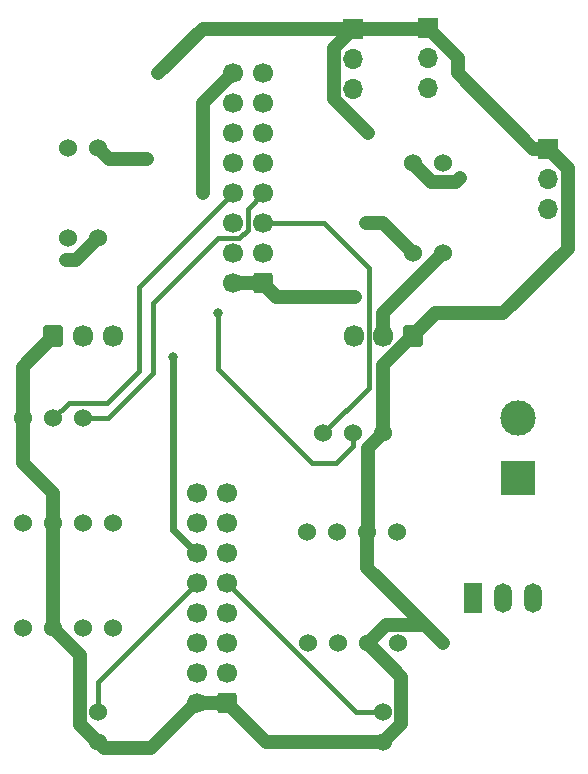
<source format=gbr>
%TF.GenerationSoftware,KiCad,Pcbnew,(6.0.1)*%
%TF.CreationDate,2022-02-03T23:41:23+01:00*%
%TF.ProjectId,CarteSecondaire,43617274-6553-4656-936f-6e6461697265,rev?*%
%TF.SameCoordinates,Original*%
%TF.FileFunction,Copper,L2,Bot*%
%TF.FilePolarity,Positive*%
%FSLAX46Y46*%
G04 Gerber Fmt 4.6, Leading zero omitted, Abs format (unit mm)*
G04 Created by KiCad (PCBNEW (6.0.1)) date 2022-02-03 23:41:23*
%MOMM*%
%LPD*%
G01*
G04 APERTURE LIST*
G04 Aperture macros list*
%AMRoundRect*
0 Rectangle with rounded corners*
0 $1 Rounding radius*
0 $2 $3 $4 $5 $6 $7 $8 $9 X,Y pos of 4 corners*
0 Add a 4 corners polygon primitive as box body*
4,1,4,$2,$3,$4,$5,$6,$7,$8,$9,$2,$3,0*
0 Add four circle primitives for the rounded corners*
1,1,$1+$1,$2,$3*
1,1,$1+$1,$4,$5*
1,1,$1+$1,$6,$7*
1,1,$1+$1,$8,$9*
0 Add four rect primitives between the rounded corners*
20,1,$1+$1,$2,$3,$4,$5,0*
20,1,$1+$1,$4,$5,$6,$7,0*
20,1,$1+$1,$6,$7,$8,$9,0*
20,1,$1+$1,$8,$9,$2,$3,0*%
G04 Aperture macros list end*
%TA.AperFunction,ComponentPad*%
%ADD10RoundRect,0.250000X0.600000X0.600000X-0.600000X0.600000X-0.600000X-0.600000X0.600000X-0.600000X0*%
%TD*%
%TA.AperFunction,ComponentPad*%
%ADD11C,1.700000*%
%TD*%
%TA.AperFunction,ComponentPad*%
%ADD12R,1.500000X2.500000*%
%TD*%
%TA.AperFunction,ComponentPad*%
%ADD13O,1.500000X2.500000*%
%TD*%
%TA.AperFunction,ComponentPad*%
%ADD14R,3.000000X3.000000*%
%TD*%
%TA.AperFunction,ComponentPad*%
%ADD15C,3.000000*%
%TD*%
%TA.AperFunction,ComponentPad*%
%ADD16C,1.524000*%
%TD*%
%TA.AperFunction,ComponentPad*%
%ADD17R,1.700000X1.700000*%
%TD*%
%TA.AperFunction,ComponentPad*%
%ADD18O,1.700000X1.700000*%
%TD*%
%TA.AperFunction,ComponentPad*%
%ADD19RoundRect,0.250000X0.600000X0.675000X-0.600000X0.675000X-0.600000X-0.675000X0.600000X-0.675000X0*%
%TD*%
%TA.AperFunction,ComponentPad*%
%ADD20O,1.700000X1.850000*%
%TD*%
%TA.AperFunction,ComponentPad*%
%ADD21RoundRect,0.250000X-0.600000X-0.675000X0.600000X-0.675000X0.600000X0.675000X-0.600000X0.675000X0*%
%TD*%
%TA.AperFunction,ViaPad*%
%ADD22C,0.800000*%
%TD*%
%TA.AperFunction,Conductor*%
%ADD23C,1.200000*%
%TD*%
%TA.AperFunction,Conductor*%
%ADD24C,0.400000*%
%TD*%
%TA.AperFunction,Conductor*%
%ADD25C,0.600000*%
%TD*%
G04 APERTURE END LIST*
D10*
%TO.P,NAPPE2,1,Pin_1*%
%TO.N,GND*%
X111801511Y-181001511D03*
D11*
%TO.P,NAPPE2,2,Pin_2*%
X109261511Y-181001511D03*
%TO.P,NAPPE2,3,Pin_3*%
%TO.N,+5V*%
X111801511Y-178461511D03*
%TO.P,NAPPE2,4,Pin_4*%
X109261511Y-178461511D03*
%TO.P,NAPPE2,5,Pin_5*%
%TO.N,MC1B*%
X111801511Y-175921511D03*
%TO.P,NAPPE2,6,Pin_6*%
%TO.N,MC1A*%
X109261511Y-175921511D03*
%TO.P,NAPPE2,7,Pin_7*%
%TO.N,MC2B*%
X111801511Y-173381511D03*
%TO.P,NAPPE2,8,Pin_8*%
%TO.N,MC2A*%
X109261511Y-173381511D03*
%TO.P,NAPPE2,9,Pin_9*%
%TO.N,CONTACTEUR2_GPIO*%
X111801511Y-170841511D03*
%TO.P,NAPPE2,10,Pin_10*%
%TO.N,CONTACTEUR1_GPIO*%
X109261511Y-170841511D03*
%TO.P,NAPPE2,11,Pin_11*%
%TO.N,unconnected-(J7-Pad11)*%
X111801511Y-168301511D03*
%TO.P,NAPPE2,12,Pin_12*%
%TO.N,DataAX12_TX*%
X109261511Y-168301511D03*
%TO.P,NAPPE2,13,Pin_13*%
%TO.N,RC_1B*%
X111801511Y-165761511D03*
%TO.P,NAPPE2,14,Pin_14*%
%TO.N,RC_1A*%
X109261511Y-165761511D03*
%TO.P,NAPPE2,15,Pin_15*%
%TO.N,RC_2A*%
X111801511Y-163221511D03*
%TO.P,NAPPE2,16,Pin_16*%
%TO.N,RC_2B*%
X109261511Y-163221511D03*
%TD*%
D12*
%TO.P,TSR_1-2450,1,Vin*%
%TO.N,+12V*%
X132639011Y-172111511D03*
D13*
%TO.P,TSR_1-2450,2,GND*%
%TO.N,GND*%
X135179011Y-172111511D03*
%TO.P,TSR_1-2450,3,Vout*%
%TO.N,+5V*%
X137719011Y-172111511D03*
%TD*%
D14*
%TO.P,SCREW_TERM,1,Pin_1*%
%TO.N,GND*%
X136449011Y-161951511D03*
D15*
%TO.P,SCREW_TERM,2,Pin_2*%
%TO.N,+12V*%
X136449011Y-156871511D03*
%TD*%
D16*
%TO.P,PWM_MOT1,1,Pin_1*%
%TO.N,GND*%
X94539011Y-156871511D03*
%TO.P,PWM_MOT1,2,Pin_2*%
%TO.N,Mot1PWM*%
X97079011Y-156871511D03*
%TO.P,PWM_MOT1,3,Pin_3*%
%TO.N,Mot1DIR*%
X99619011Y-156871511D03*
%TD*%
%TO.P,POMPE1,1,Pin_1*%
%TO.N,+12V*%
X98349011Y-141631511D03*
%TO.P,POMPE1,2,Pin_2*%
%TO.N,Net-(CONN_COL2-Pad2)*%
X100889011Y-141631511D03*
%TD*%
%TO.P,CONTACT2,1,Pin_1*%
%TO.N,CONTACTEUR2_GPIO*%
X125019011Y-181763511D03*
%TO.P,CONTACT2,2,Pin_2*%
%TO.N,GND*%
X125019011Y-184303511D03*
%TD*%
D17*
%TO.P,SERVO1,1,Pin_1*%
%TO.N,GND*%
X128829011Y-123851511D03*
D18*
%TO.P,SERVO1,2,Pin_2*%
%TO.N,+5V*%
X128829011Y-126391511D03*
%TO.P,SERVO1,3,Pin_3*%
%TO.N,S1*%
X128829011Y-128931511D03*
%TD*%
D16*
%TO.P,ENC_FOL2,1,Pin_1*%
%TO.N,+5V*%
X126210000Y-166500000D03*
%TO.P,ENC_FOL2,2,Pin_2*%
%TO.N,GND*%
X123670000Y-166500000D03*
%TO.P,ENC_FOL2,3,Pin_3*%
%TO.N,RC_2A*%
X121130000Y-166500000D03*
%TO.P,ENC_FOL2,4,Pin_4*%
%TO.N,RC_2B*%
X118590000Y-166500000D03*
%TD*%
%TO.P,EV2,1,Pin_1*%
%TO.N,+12V*%
X130099011Y-135281511D03*
%TO.P,EV2,2,Pin_2*%
%TO.N,Net-(CONN_COL6-Pad2)*%
X127559011Y-135281511D03*
%TD*%
%TO.P,EV1,1,Pin_1*%
%TO.N,+12V*%
X98349011Y-134011511D03*
%TO.P,EV1,2,Pin_2*%
%TO.N,Net-(CONN_COL3-Pad2)*%
X100889011Y-134011511D03*
%TD*%
%TO.P,POMPE2,1,Pin_1*%
%TO.N,+12V*%
X130099011Y-142901511D03*
%TO.P,POMPE2,2,Pin_2*%
%TO.N,Net-(CONN_COL5-Pad2)*%
X127559011Y-142901511D03*
%TD*%
%TO.P,ENC_MOT1,1,Pin_1*%
%TO.N,+5V*%
X94539011Y-174651511D03*
%TO.P,ENC_MOT1,2,Pin_2*%
%TO.N,GND*%
X97079011Y-174651511D03*
%TO.P,ENC_MOT1,3,Pin_3*%
%TO.N,MC1A*%
X99619011Y-174651511D03*
%TO.P,ENC_MOT1,4,Pin_4*%
%TO.N,MC1B*%
X102159011Y-174651511D03*
%TD*%
D17*
%TO.P,SERVO3,1,Pin_1*%
%TO.N,GND*%
X138989011Y-134026511D03*
D18*
%TO.P,SERVO3,2,Pin_2*%
%TO.N,+5V*%
X138989011Y-136566511D03*
%TO.P,SERVO3,3,Pin_3*%
%TO.N,S3*%
X138989011Y-139106511D03*
%TD*%
D10*
%TO.P,J18,1,Pin_1*%
%TO.N,GND*%
X114859011Y-145441511D03*
D11*
%TO.P,J18,2,Pin_2*%
X112319011Y-145441511D03*
%TO.P,J18,3,Pin_3*%
%TO.N,+5V*%
X114859011Y-142901511D03*
%TO.P,J18,4,Pin_4*%
X112319011Y-142901511D03*
%TO.P,J18,5,Pin_5*%
%TO.N,Mot2DIR*%
X114859011Y-140361511D03*
%TO.P,J18,6,Pin_6*%
%TO.N,Mot2PWM*%
X112319011Y-140361511D03*
%TO.P,J18,7,Pin_7*%
%TO.N,Mot1DIR*%
X114859011Y-137821511D03*
%TO.P,J18,8,Pin_8*%
%TO.N,Mot1PWM*%
X112319011Y-137821511D03*
%TO.P,J18,9,Pin_9*%
%TO.N,POMPE2*%
X114859011Y-135281511D03*
%TO.P,J18,10,Pin_10*%
%TO.N,POMPE1*%
X112319011Y-135281511D03*
%TO.P,J18,11,Pin_11*%
%TO.N,EV2*%
X114859011Y-132741511D03*
%TO.P,J18,12,Pin_12*%
%TO.N,EV1*%
X112319011Y-132741511D03*
%TO.P,J18,13,Pin_13*%
%TO.N,S1*%
X114859011Y-130201511D03*
%TO.P,J18,14,Pin_14*%
%TO.N,S2*%
X112319011Y-130201511D03*
%TO.P,J18,15,Pin_15*%
%TO.N,S3*%
X114859011Y-127661511D03*
%TO.P,J18,16,Pin_16*%
%TO.N,+3V3*%
X112319011Y-127661511D03*
%TD*%
D16*
%TO.P,ENC_MOT2,1,Pin_1*%
%TO.N,+5V*%
X126289011Y-175921511D03*
%TO.P,ENC_MOT2,2,Pin_2*%
%TO.N,GND*%
X123749011Y-175921511D03*
%TO.P,ENC_MOT2,3,Pin_3*%
%TO.N,MC2A*%
X121209011Y-175921511D03*
%TO.P,ENC_MOT2,4,Pin_4*%
%TO.N,MC2B*%
X118669011Y-175921511D03*
%TD*%
D17*
%TO.P,SERVO2,1,Pin_1*%
%TO.N,GND*%
X122479011Y-123866511D03*
D18*
%TO.P,SERVO2,2,Pin_2*%
%TO.N,+5V*%
X122479011Y-126406511D03*
%TO.P,SERVO2,3,Pin_3*%
%TO.N,S2*%
X122479011Y-128946511D03*
%TD*%
D16*
%TO.P,MOT_PWM2,1,Pin_1*%
%TO.N,GND*%
X125019011Y-158141511D03*
%TO.P,MOT_PWM2,2,Pin_2*%
%TO.N,Mot2PWM*%
X122479011Y-158141511D03*
%TO.P,MOT_PWM2,3,Pin_3*%
%TO.N,Mot2DIR*%
X119939011Y-158141511D03*
%TD*%
D19*
%TO.P,DYNAMIXEL2,1,Pin_1*%
%TO.N,GND*%
X127559011Y-149871511D03*
D20*
%TO.P,DYNAMIXEL2,2,Pin_2*%
%TO.N,+12V*%
X125059011Y-149871511D03*
%TO.P,DYNAMIXEL2,3,Pin_3*%
%TO.N,DataAX12_TX*%
X122559011Y-149871511D03*
%TD*%
D21*
%TO.P,DYNAMIXEL1,1,Pin_1*%
%TO.N,GND*%
X97119011Y-149901511D03*
D20*
%TO.P,DYNAMIXEL1,2,Pin_2*%
%TO.N,+12V*%
X99619011Y-149901511D03*
%TO.P,DYNAMIXEL1,3,Pin_3*%
%TO.N,DataAX12_TX*%
X102119011Y-149901511D03*
%TD*%
D16*
%TO.P,CONTACT1,1,Pin_1*%
%TO.N,CONTACTEUR1_GPIO*%
X100889011Y-181763511D03*
%TO.P,CONTACT1,2,Pin_2*%
%TO.N,GND*%
X100889011Y-184303511D03*
%TD*%
%TO.P,ENC_FOL1,1,Pin_1*%
%TO.N,+5V*%
X94539011Y-165761511D03*
%TO.P,ENC_FOL1,2,Pin_2*%
%TO.N,GND*%
X97079011Y-165761511D03*
%TO.P,ENC_FOL1,3,Pin_3*%
%TO.N,RC_1A*%
X99619011Y-165761511D03*
%TO.P,ENC_FOL1,4,Pin_4*%
%TO.N,RC_1B*%
X102159011Y-165761511D03*
%TD*%
D22*
%TO.N,GND*%
X123749011Y-132741511D03*
X105969011Y-127661511D03*
X130099011Y-175921511D03*
X122628522Y-146576245D03*
%TO.N,Net-(CONN_COL2-Pad2)*%
X98219491Y-143481211D03*
%TO.N,Net-(CONN_COL3-Pad2)*%
X105053621Y-134926901D03*
%TO.N,Net-(CONN_COL5-Pad2)*%
X123619491Y-140361511D03*
%TO.N,Net-(CONN_COL6-Pad2)*%
X131498531Y-136551511D03*
%TO.N,DataAX12_TX*%
X107239011Y-151661991D03*
%TO.N,Mot2PWM*%
X111049011Y-147981511D03*
%TO.N,+3V3*%
X109779011Y-137821511D03*
%TD*%
D23*
%TO.N,+12V*%
X130099011Y-142901511D02*
X125059011Y-147941511D01*
X125059011Y-147941511D02*
X125059011Y-149871511D01*
%TO.N,GND*%
X111801511Y-181001511D02*
X109261511Y-181001511D01*
X126580522Y-178753022D02*
X126580522Y-182742000D01*
X105409011Y-184811511D02*
X101397011Y-184811511D01*
X122479011Y-123866511D02*
X128814011Y-123866511D01*
X122628522Y-146576245D02*
X115993745Y-146576245D01*
X126580522Y-182742000D02*
X125019011Y-184303511D01*
X97079011Y-165761511D02*
X97079011Y-163221511D01*
X99327500Y-176900000D02*
X97079011Y-174651511D01*
X123749011Y-159411511D02*
X123749011Y-166420989D01*
X138989011Y-134026511D02*
X140638522Y-135676022D01*
X115103511Y-184303511D02*
X111801511Y-181001511D01*
X125019011Y-152319284D02*
X125019011Y-158141511D01*
X127466784Y-149871511D02*
X125019011Y-152319284D01*
X140638522Y-142522000D02*
X135179011Y-147981511D01*
X123749011Y-166420989D02*
X123670000Y-166500000D01*
X94539011Y-152481511D02*
X97119011Y-149901511D01*
X140638522Y-135676022D02*
X140638522Y-142522000D01*
X99327500Y-182410311D02*
X99327500Y-176900000D01*
X127559011Y-149871511D02*
X127466784Y-149871511D01*
X101397011Y-184811511D02*
X100889011Y-184303511D01*
X120829500Y-125516022D02*
X120829500Y-129822000D01*
X123749011Y-175921511D02*
X126580522Y-178753022D01*
X97079011Y-163221511D02*
X94539011Y-160681511D01*
X128829011Y-123851511D02*
X131369011Y-126391511D01*
X125019011Y-184303511D02*
X115103511Y-184303511D01*
X100889011Y-184303511D02*
X99403855Y-182818355D01*
X137734011Y-134026511D02*
X138989011Y-134026511D01*
X128814011Y-123866511D02*
X128829011Y-123851511D01*
X125019011Y-158141511D02*
X123749011Y-159411511D01*
X122479011Y-123866511D02*
X109764011Y-123866511D01*
X94539011Y-160681511D02*
X94539011Y-156871511D01*
X122479011Y-123866511D02*
X120829500Y-125516022D01*
X130099011Y-175921511D02*
X128537500Y-174360000D01*
X94539011Y-156871511D02*
X94539011Y-152481511D01*
X97079011Y-174651511D02*
X97079011Y-165761511D01*
X109764011Y-123866511D02*
X105969011Y-127661511D01*
X129449011Y-147981511D02*
X127559011Y-149871511D01*
X120829500Y-129822000D02*
X123749011Y-132741511D01*
X112319011Y-145441511D02*
X114859011Y-145441511D01*
X131369011Y-126391511D02*
X131369011Y-127661511D01*
X131369011Y-127661511D02*
X137734011Y-134026511D01*
X128537500Y-174360000D02*
X125310522Y-174360000D01*
X109261511Y-181001511D02*
X109219011Y-181001511D01*
X125310522Y-174360000D02*
X123749011Y-175921511D01*
X115993745Y-146576245D02*
X114859011Y-145441511D01*
X109219011Y-181001511D02*
X105409011Y-184811511D01*
X123670000Y-166500000D02*
X123670000Y-169492500D01*
X123670000Y-169492500D02*
X128537500Y-174360000D01*
X99403855Y-182486666D02*
X99327500Y-182410311D01*
X99403855Y-182818355D02*
X99403855Y-182486666D01*
X135179011Y-147981511D02*
X129449011Y-147981511D01*
%TO.N,Net-(CONN_COL2-Pad2)*%
X98219491Y-143481211D02*
X99039311Y-143481211D01*
X99039311Y-143481211D02*
X100889011Y-141631511D01*
%TO.N,Net-(CONN_COL3-Pad2)*%
X101804401Y-134926901D02*
X100889011Y-134011511D01*
X105053621Y-134926901D02*
X101804401Y-134926901D01*
D24*
%TO.N,CONTACTEUR1_GPIO*%
X109261511Y-170841511D02*
X100889011Y-179214011D01*
X100889011Y-179214011D02*
X100889011Y-181763511D01*
D23*
%TO.N,Net-(CONN_COL5-Pad2)*%
X123619491Y-140361511D02*
X125019011Y-140361511D01*
X125019011Y-140361511D02*
X127559011Y-142901511D01*
%TO.N,Net-(CONN_COL6-Pad2)*%
X131498531Y-136551511D02*
X131207020Y-136843022D01*
X131207020Y-136843022D02*
X129120522Y-136843022D01*
X129120522Y-136843022D02*
X127559011Y-135281511D01*
D24*
%TO.N,CONTACTEUR2_GPIO*%
X111801511Y-170841511D02*
X122723511Y-181763511D01*
X122723511Y-181763511D02*
X125019011Y-181763511D01*
D25*
%TO.N,DataAX12_TX*%
X107239011Y-166279011D02*
X109261511Y-168301511D01*
X107239011Y-151661991D02*
X107239011Y-166279011D01*
D24*
%TO.N,Mot2PWM*%
X111049011Y-152691511D02*
X119039011Y-160681511D01*
X121039011Y-160681511D02*
X122479011Y-159241511D01*
X111049011Y-147981511D02*
X111049011Y-152691511D01*
X119039011Y-160681511D02*
X121039011Y-160681511D01*
X122479011Y-159241511D02*
X122479011Y-158141511D01*
%TO.N,Mot2DIR*%
X123808531Y-154271991D02*
X123808531Y-144158302D01*
X119939011Y-158141511D02*
X123808531Y-154271991D01*
X120011740Y-140361511D02*
X114859011Y-140361511D01*
X123808531Y-144158302D02*
X120011740Y-140361511D01*
%TO.N,Mot1PWM*%
X104389011Y-152831511D02*
X104389011Y-145751511D01*
X98419011Y-155531511D02*
X101689011Y-155531511D01*
X97079011Y-156871511D02*
X98419011Y-155531511D01*
X104389011Y-145751511D02*
X112319011Y-137821511D01*
X101689011Y-155531511D02*
X104389011Y-152831511D01*
%TO.N,Mot1DIR*%
X111049011Y-141631511D02*
X105562826Y-147117696D01*
X112816087Y-141631511D02*
X111049011Y-141631511D01*
X113568522Y-139112000D02*
X113568522Y-140879076D01*
X105562826Y-147117696D02*
X105562826Y-153007696D01*
X101699011Y-156871511D02*
X99619011Y-156871511D01*
X105562826Y-153007696D02*
X101699011Y-156871511D01*
X113568522Y-140879076D02*
X112816087Y-141631511D01*
X114859011Y-137821511D02*
X113568522Y-139112000D01*
D23*
%TO.N,+3V3*%
X109779011Y-130201511D02*
X112319011Y-127661511D01*
X109779011Y-137821511D02*
X109779011Y-130201511D01*
%TD*%
M02*

</source>
